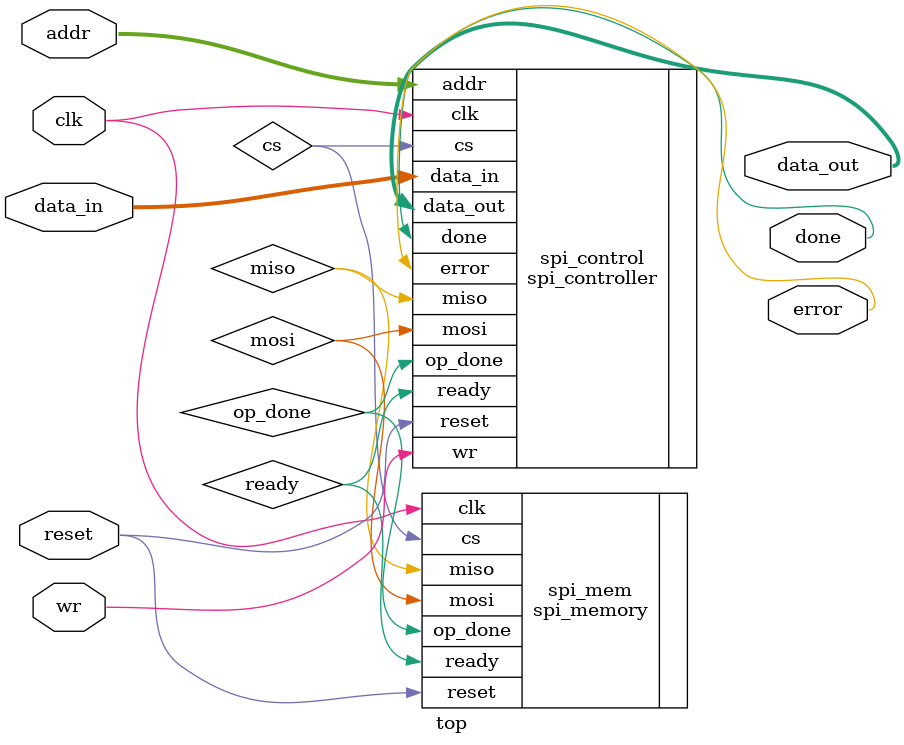
<source format=sv>
`include "spi_controller.sv"
`include "spi_memory.sv"

module top (

  input clk,
  input reset,

  input wr,
  input [7:0] addr,
  input [7:0] data_in,

  output [7:0] data_out,
  output done,  
  output error

);

wire mosi, cs, ready, op_done, miso;

spi_controller spi_control(
                            
                           //input
                           .clk(clk), 
                           .reset(reset), 
                           .wr(wr),  
                           .addr(addr), 
                           .data_in(data_in), 

                           .mosi(mosi), 
                           .cs(cs), 
                           
                           .ready(ready),
                           .op_done(op_done), 
                           .miso(miso), 
                          
                           //output 
                           .data_out(data_out), 
                           .done(done),
                           .error(error)

                           );

spi_memory spi_mem(
                   
                          //input
                          .mosi(mosi),
                          .cs(cs),
                          .clk(clk),
                          .reset(reset),
      
                          //output
                          .ready(ready),
                          .op_done(op_done),
                          .miso(miso)
      
                          );
  
endmodule
</source>
